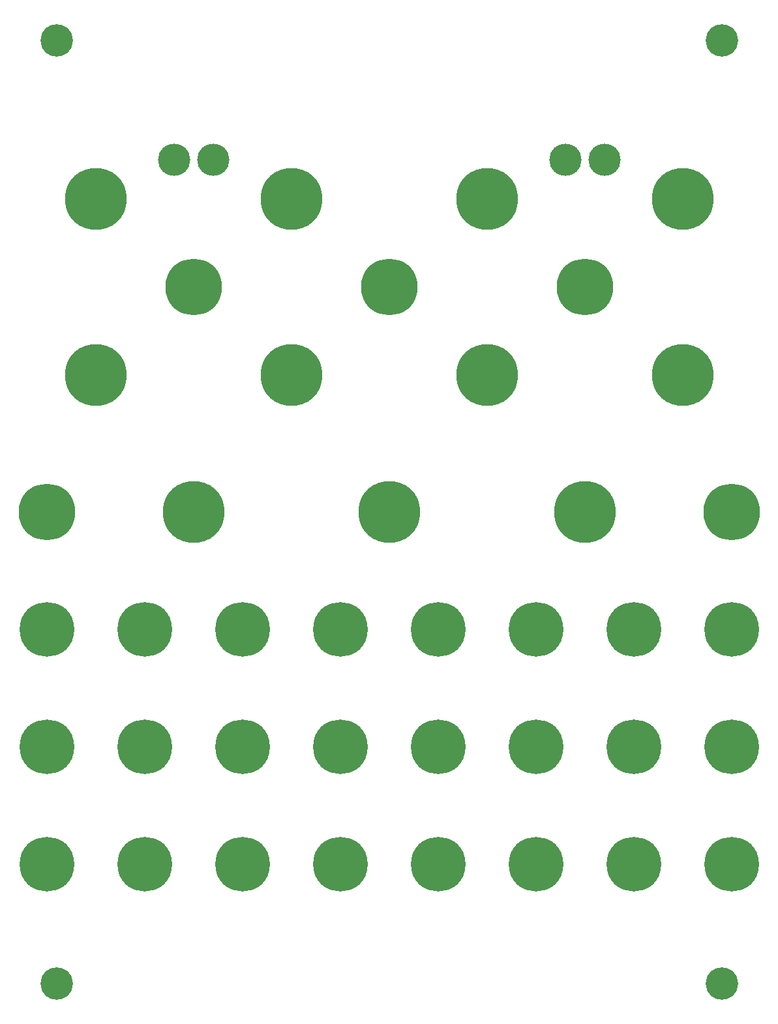
<source format=gbr>
G04 #@! TF.FileFunction,Soldermask,Top*
%FSLAX46Y46*%
G04 Gerber Fmt 4.6, Leading zero omitted, Abs format (unit mm)*
G04 Created by KiCad (PCBNEW 4.0.1-stable) date 10/15/2018 9:36:44 PM*
%MOMM*%
G01*
G04 APERTURE LIST*
%ADD10C,0.100000*%
%ADD11C,4.175000*%
%ADD12C,7.350000*%
%ADD13C,8.012000*%
%ADD14C,4.210000*%
%ADD15C,7.096000*%
G04 APERTURE END LIST*
D10*
D11*
X134620000Y-92710000D03*
X129540000Y-92710000D03*
X83820000Y-92710000D03*
D12*
X81280000Y-109220000D03*
X106680000Y-109220000D03*
X132080000Y-109220000D03*
X151130000Y-138430000D03*
D13*
X132080000Y-138430000D03*
X144780000Y-120650000D03*
X119380000Y-120650000D03*
X93980000Y-120650000D03*
X68580000Y-120650000D03*
X144780000Y-97790000D03*
X119380000Y-97790000D03*
X93980000Y-97790000D03*
X68580000Y-97790000D03*
X81280000Y-138430000D03*
D14*
X63500000Y-199644000D03*
X149860000Y-199644000D03*
X149860000Y-77216000D03*
D15*
X151130000Y-184150000D03*
X138430000Y-184150000D03*
X125730000Y-184150000D03*
X113030000Y-184150000D03*
X100330000Y-184150000D03*
X87630000Y-184150000D03*
X74930000Y-184150000D03*
X62230000Y-184150000D03*
X151130000Y-168910000D03*
X138430000Y-168910000D03*
X125730000Y-168910000D03*
X113030000Y-168910000D03*
X100330000Y-168910000D03*
X87630000Y-168910000D03*
X74930000Y-168910000D03*
X62230000Y-168910000D03*
X151130000Y-153670000D03*
X138430000Y-153670000D03*
X125730000Y-153670000D03*
X113030000Y-153670000D03*
X100330000Y-153670000D03*
X87630000Y-153670000D03*
X74930000Y-153670000D03*
X62230000Y-153670000D03*
D14*
X63500000Y-77216000D03*
D13*
X106680000Y-138430000D03*
D12*
X62230000Y-138430000D03*
D11*
X78740000Y-92710000D03*
M02*

</source>
